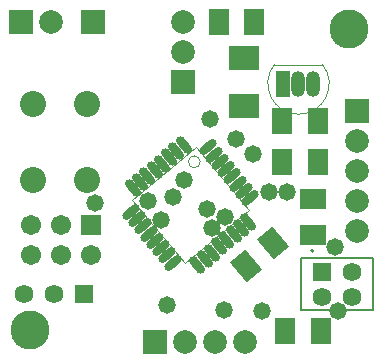
<source format=gts>
G04 Layer_Color=8388736*
%FSLAX24Y24*%
%MOIN*%
G70*
G01*
G75*
%ADD17C,0.0079*%
%ADD18C,0.0039*%
%ADD19C,0.0050*%
G04:AMPARAMS|DCode=35|XSize=67.1mil|YSize=86.7mil|CornerRadius=0mil|HoleSize=0mil|Usage=FLASHONLY|Rotation=40.000|XOffset=0mil|YOffset=0mil|HoleType=Round|Shape=Rectangle|*
%AMROTATEDRECTD35*
4,1,4,0.0022,-0.0548,-0.0536,0.0117,-0.0022,0.0548,0.0536,-0.0117,0.0022,-0.0548,0.0*
%
%ADD35ROTATEDRECTD35*%

%ADD36R,0.0867X0.0671*%
%ADD37R,0.0671X0.0867*%
%ADD38R,0.1025X0.0828*%
G04:AMPARAMS|DCode=39|XSize=29.7mil|YSize=67.1mil|CornerRadius=0mil|HoleSize=0mil|Usage=FLASHONLY|Rotation=40.000|XOffset=0mil|YOffset=0mil|HoleType=Round|Shape=Round|*
%AMOVALD39*
21,1,0.0374,0.0297,0.0000,0.0000,130.0*
1,1,0.0297,0.0120,-0.0143*
1,1,0.0297,-0.0120,0.0143*
%
%ADD39OVALD39*%

G04:AMPARAMS|DCode=40|XSize=29.7mil|YSize=67.1mil|CornerRadius=0mil|HoleSize=0mil|Usage=FLASHONLY|Rotation=310.000|XOffset=0mil|YOffset=0mil|HoleType=Round|Shape=Round|*
%AMOVALD40*
21,1,0.0374,0.0297,0.0000,0.0000,40.0*
1,1,0.0297,-0.0143,-0.0120*
1,1,0.0297,0.0143,0.0120*
%
%ADD40OVALD40*%

%ADD41R,0.0789X0.0789*%
%ADD42C,0.0789*%
%ADD43C,0.1300*%
%ADD44C,0.0623*%
%ADD45R,0.0623X0.0623*%
%ADD46C,0.0867*%
%ADD47R,0.0671X0.0671*%
%ADD48C,0.0671*%
%ADD49R,0.0789X0.0789*%
%ADD50O,0.0474X0.0867*%
%ADD51R,0.0474X0.0867*%
%ADD52C,0.0580*%
D17*
X10633Y3824D02*
G03*
X10633Y3824I-39J0D01*
G01*
D02*
G03*
X10633Y3824I-39J0D01*
G01*
D18*
X6857Y6792D02*
G03*
X6857Y6792I-197J0D01*
G01*
X9328Y10030D02*
G03*
X10941Y10030I807J-630D01*
G01*
X4593Y5520D02*
X6704Y7291D01*
X6364Y3409D02*
X8476Y5180D01*
X6704Y7291D02*
X8476Y5180D01*
X4593Y5520D02*
X6364Y3409D01*
X9328Y10030D02*
X10941D01*
D19*
X10223Y1846D02*
X12624D01*
X10223D02*
Y3575D01*
X12624D01*
Y1846D02*
Y3575D01*
X10223Y1846D02*
X12624D01*
X10223D02*
Y3575D01*
X12624D01*
Y1846D02*
Y3575D01*
D35*
X9287Y4080D02*
D03*
X8382Y3320D02*
D03*
D36*
X10634Y4359D02*
D03*
Y5541D02*
D03*
D37*
X9594Y8150D02*
D03*
X10775D02*
D03*
X9594Y6800D02*
D03*
X10775D02*
D03*
X8657Y11467D02*
D03*
X7476D02*
D03*
X9694Y1150D02*
D03*
X10875D02*
D03*
D38*
X8334Y8643D02*
D03*
Y10257D02*
D03*
D39*
X6303Y7340D02*
D03*
X6062Y7138D02*
D03*
X5821Y6935D02*
D03*
X5579Y6733D02*
D03*
X5338Y6531D02*
D03*
X5097Y6328D02*
D03*
X4856Y6126D02*
D03*
X4614Y5923D02*
D03*
X6765Y3360D02*
D03*
X7007Y3562D02*
D03*
X7248Y3765D02*
D03*
X7480Y3990D02*
D03*
X7730Y4169D02*
D03*
X7972Y4372D02*
D03*
X8213Y4574D02*
D03*
X8454Y4777D02*
D03*
D40*
X4544Y5119D02*
D03*
X4746Y4878D02*
D03*
X4949Y4636D02*
D03*
X5151Y4395D02*
D03*
X5354Y4154D02*
D03*
X5556Y3913D02*
D03*
X5759Y3671D02*
D03*
X5961Y3430D02*
D03*
X8525Y5581D02*
D03*
X8322Y5822D02*
D03*
X8120Y6064D02*
D03*
X7917Y6305D02*
D03*
X7715Y6546D02*
D03*
X7512Y6787D02*
D03*
X7310Y7029D02*
D03*
X7107Y7270D02*
D03*
D41*
X6284Y9450D02*
D03*
X12084Y8500D02*
D03*
X3284Y11450D02*
D03*
D42*
X6284D02*
D03*
Y10450D02*
D03*
X12084Y4500D02*
D03*
Y5500D02*
D03*
Y6500D02*
D03*
Y7500D02*
D03*
X8350Y800D02*
D03*
X7350D02*
D03*
X6350D02*
D03*
X1884Y11450D02*
D03*
D43*
X1181Y1181D02*
D03*
X11811Y11220D02*
D03*
D44*
X1984Y2400D02*
D03*
X984D02*
D03*
X10924Y2295D02*
D03*
X11924D02*
D03*
Y3126D02*
D03*
D45*
X2984Y2400D02*
D03*
X10924Y3126D02*
D03*
D46*
X1298Y6170D02*
D03*
Y8730D02*
D03*
X3070Y6170D02*
D03*
Y8730D02*
D03*
D47*
X3234Y4700D02*
D03*
D48*
Y3700D02*
D03*
X2234Y4700D02*
D03*
Y3700D02*
D03*
X1234Y4700D02*
D03*
Y3700D02*
D03*
D49*
X5350Y800D02*
D03*
X884Y11450D02*
D03*
D50*
X10634Y9400D02*
D03*
X10134D02*
D03*
D51*
X9634D02*
D03*
D52*
X7246Y4570D02*
D03*
X6316Y6170D02*
D03*
X5936Y5610D02*
D03*
X3356Y5410D02*
D03*
X5556Y4850D02*
D03*
X11446Y1820D02*
D03*
X9146Y5800D02*
D03*
X9756D02*
D03*
X11356Y3940D02*
D03*
X7686Y4950D02*
D03*
X7087Y5231D02*
D03*
X8626Y7060D02*
D03*
X5760Y2010D02*
D03*
X8066Y7540D02*
D03*
X5116Y5490D02*
D03*
X8906Y1830D02*
D03*
X7656Y1840D02*
D03*
X7196Y8220D02*
D03*
M02*

</source>
